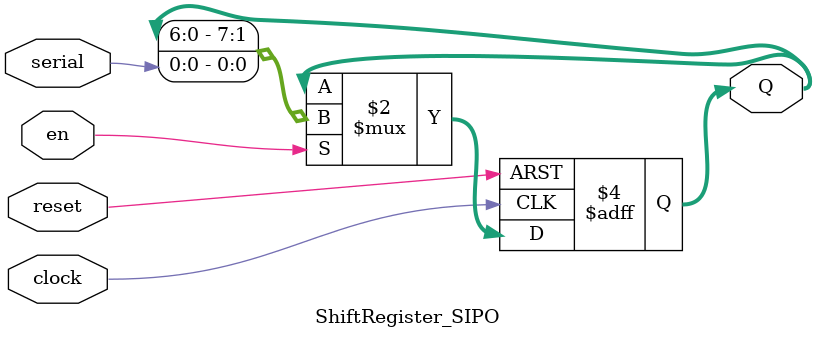
<source format=sv>
`default_nettype none


module DFlipFlop
  (input  logic D, clock, 
   output logic Q);
  always_ff @(posedge clock)
      Q <= D;
endmodule: DFlipFlop


//A serial-in parallel-out shift register. Takes in a serial input and shifts
//it into the register if 'en' is asseted.
module ShiftRegister_SIPO
 #(parameter WIDTH = 8)
  (input  logic serial, en, clock, reset,
   output logic [WIDTH-1:0]Q);

  always_ff @(posedge clock, posedge reset)
    if (reset) Q <= {WIDTH {1'b0}};
    else if (en) Q <= {Q[WIDTH-2:0], serial};
    
endmodule: ShiftRegister_SIPO




</source>
